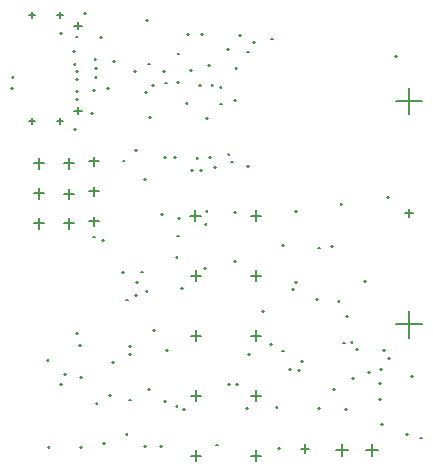
<source format=gbr>
%TF.GenerationSoftware,Altium Limited,Altium Designer,21.4.1 (30)*%
G04 Layer_Color=128*
%FSLAX45Y45*%
%MOMM*%
%TF.SameCoordinates,F4A6E2B2-E63A-418B-8CEE-B9A354165880*%
%TF.FilePolarity,Positive*%
%TF.FileFunction,Drillmap*%
%TF.Part,Single*%
G01*
G75*
%TA.AperFunction,NonConductor*%
%ADD103C,0.12700*%
D103*
X418500Y3009000D02*
X481500D01*
X450000Y2977500D02*
Y3040500D01*
X418500Y3729000D02*
X481500D01*
X450000Y3697500D02*
Y3760500D01*
X35000Y2920000D02*
X85000D01*
X60000Y2895000D02*
Y2945000D01*
X35000Y3818000D02*
X85000D01*
X60000Y3793000D02*
Y3843000D01*
X275000Y3818000D02*
X325000D01*
X300000Y3793000D02*
Y3843000D01*
X275000Y2920000D02*
X325000D01*
X300000Y2895000D02*
Y2945000D01*
X544200Y2072000D02*
X624200D01*
X584200Y2032000D02*
Y2112000D01*
X544200Y2580000D02*
X624200D01*
X584200Y2540000D02*
Y2620000D01*
X544200Y2326000D02*
X624200D01*
X584200Y2286000D02*
Y2366000D01*
X2335080Y148399D02*
X2405080D01*
X2370080Y113399D02*
Y183399D01*
X3215000Y2145960D02*
X3285000D01*
X3250000Y2110960D02*
Y2180960D01*
X1397500Y2120901D02*
X1487500D01*
X1442500Y2075901D02*
Y2165901D01*
X1910000Y2120900D02*
X2000000D01*
X1955000Y2075900D02*
Y2165900D01*
X2887000Y140000D02*
X2987000D01*
X2937000Y90000D02*
Y190000D01*
X2633000Y140000D02*
X2733000D01*
X2683000Y90000D02*
Y190000D01*
X3138700Y3092800D02*
X3363700D01*
X3251200Y2980300D02*
Y3205300D01*
X3138700Y1200000D02*
X3363700D01*
X3251200Y1087500D02*
Y1312500D01*
X74300Y2562601D02*
X164300D01*
X119300Y2517601D02*
Y2607601D01*
X74300Y2308600D02*
X164300D01*
X119300Y2263600D02*
Y2353600D01*
X74300Y2054600D02*
X164300D01*
X119300Y2009600D02*
Y2099600D01*
X1910000Y88900D02*
X2000000D01*
X1955000Y43900D02*
Y133900D01*
X1402000Y88900D02*
X1492000D01*
X1447000Y43900D02*
Y133900D01*
X1402000Y1104900D02*
X1492000D01*
X1447000Y1059900D02*
Y1149900D01*
X1402000Y596900D02*
X1492000D01*
X1447000Y551900D02*
Y641900D01*
X1910000Y1612900D02*
X2000000D01*
X1955000Y1567900D02*
Y1657900D01*
X1402000Y1612900D02*
X1492000D01*
X1447000Y1567900D02*
Y1657900D01*
X1910000Y1104900D02*
X2000000D01*
X1955000Y1059900D02*
Y1149900D01*
X1910000Y596900D02*
X2000000D01*
X1955000Y551900D02*
Y641900D01*
X328300Y2054600D02*
X418300D01*
X373300Y2009600D02*
Y2099600D01*
X328300Y2562600D02*
X418300D01*
X373300Y2517600D02*
Y2607600D01*
X327300Y2304401D02*
X417300D01*
X372300Y2259401D02*
Y2349401D01*
X2692907Y1046123D02*
X2708107D01*
X2700507Y1038523D02*
Y1053723D01*
X2757700Y1051300D02*
X2772900D01*
X2765300Y1043700D02*
Y1058900D01*
X2803935Y995114D02*
X2819135D01*
X2811535Y987514D02*
Y1002714D01*
X2715746Y1269079D02*
X2730946D01*
X2723346Y1261479D02*
Y1276679D01*
X1887700Y946000D02*
X1902900D01*
X1895300Y938400D02*
Y953600D01*
X2336100Y887800D02*
X2351300D01*
X2343700Y880200D02*
Y895400D01*
X2772600Y747875D02*
X2787800D01*
X2780200Y740275D02*
Y755475D01*
X2234800Y819600D02*
X2250000D01*
X2242400Y812000D02*
Y827200D01*
X2174289Y979000D02*
X2189488D01*
X2181888Y971400D02*
Y986600D01*
X1786383Y694146D02*
X1801582D01*
X1793982Y686546D02*
Y701746D01*
X1721408Y692328D02*
X1736608D01*
X1729008Y684728D02*
Y699928D01*
X1771640Y2150527D02*
X1786840D01*
X1779240Y2142927D02*
Y2158126D01*
X941564Y1557589D02*
X956764D01*
X949164Y1549989D02*
Y1565189D01*
X467500Y757538D02*
X482700D01*
X475100Y749939D02*
Y765138D01*
X561889Y2987254D02*
X577089D01*
X569489Y2979654D02*
Y2994854D01*
X1018915Y3167701D02*
X1034115D01*
X1026515Y3160101D02*
Y3175301D01*
X2647600Y1398800D02*
X2662800D01*
X2655200Y1391200D02*
Y1406400D01*
X3225600Y270400D02*
X3240800D01*
X3233200Y262800D02*
Y278000D01*
X2007400Y1314000D02*
X2022600D01*
X2015000Y1306400D02*
Y1321600D01*
X985520Y1647821D02*
X1000720D01*
X993120Y1640222D02*
Y1655421D01*
X1323815Y1509100D02*
X1339015D01*
X1331415Y1501500D02*
Y1516700D01*
X1052426Y2959135D02*
X1067626D01*
X1060026Y2951535D02*
Y2966735D01*
X696751Y3201626D02*
X711951D01*
X704351Y3194026D02*
Y3209226D01*
X416855Y2853589D02*
X432055D01*
X424455Y2845989D02*
Y2861189D01*
X2995400Y704000D02*
X3010600D01*
X3003000Y696400D02*
Y711600D01*
X1883129Y2538329D02*
X1898329D01*
X1890729Y2530730D02*
Y2545929D01*
X1650389Y3070258D02*
X1665589D01*
X1657989Y3062658D02*
Y3077858D01*
X1579400Y3225000D02*
X1594600D01*
X1587000Y3217400D02*
Y3232600D01*
X1743470Y2578611D02*
X1758670D01*
X1751070Y2571011D02*
Y2586211D01*
X1600775Y2534882D02*
X1615975D01*
X1608375Y2527282D02*
Y2542482D01*
X2606400Y656000D02*
X2621600D01*
X2614000Y648400D02*
Y663600D01*
X1196360Y985520D02*
X1211560D01*
X1203960Y977920D02*
Y993120D01*
X858500Y1410300D02*
X873700D01*
X866100Y1402700D02*
Y1417900D01*
X2315400Y814000D02*
X2330600D01*
X2323000Y806400D02*
Y821600D01*
X929240Y1445036D02*
X944440D01*
X936840Y1437436D02*
Y1452636D01*
X2075581Y1034031D02*
X2090781D01*
X2083181Y1026432D02*
Y1041631D01*
X576700Y1944215D02*
X591900D01*
X584300Y1936615D02*
Y1951815D01*
X1286400Y1952100D02*
X1301600D01*
X1294000Y1944500D02*
Y1959700D01*
X1275640Y1772633D02*
X1290840D01*
X1283240Y1765033D02*
Y1780233D01*
X1041910Y3408343D02*
X1057109D01*
X1049509Y3400743D02*
Y3415943D01*
X921028Y3342308D02*
X936228D01*
X928628Y3334708D02*
Y3349908D01*
X1076073Y3228856D02*
X1091273D01*
X1083673Y3221256D02*
Y3236456D01*
X1188400Y3248099D02*
X1203600D01*
X1196000Y3240499D02*
Y3255699D01*
X1021501Y1484430D02*
X1036701D01*
X1029101Y1476830D02*
Y1492030D01*
X1275632Y506768D02*
X1290832D01*
X1283232Y499168D02*
Y514368D01*
X883455Y951008D02*
X898655D01*
X891055Y943408D02*
Y958608D01*
X3033400Y981000D02*
X3048600D01*
X3041000Y973400D02*
Y988600D01*
X3072400Y917000D02*
X3087600D01*
X3080000Y909400D02*
Y924600D01*
X3132400Y3470000D02*
X3147600D01*
X3140000Y3462400D02*
Y3477600D01*
X3067398Y2274842D02*
X3082598D01*
X3074998Y2267242D02*
Y2282442D01*
X589392Y3444000D02*
X604592D01*
X596992Y3436400D02*
Y3451600D01*
X651350Y1914050D02*
X666550D01*
X658950Y1906450D02*
Y1921650D01*
X824311Y1646089D02*
X839511D01*
X831911Y1638489D02*
Y1653689D01*
X930400Y2677000D02*
X945600D01*
X938000Y2669400D02*
Y2684600D01*
X852400Y275000D02*
X867600D01*
X860000Y267400D02*
Y282600D01*
X1151900Y2135300D02*
X1167100D01*
X1159500Y2127700D02*
Y2142900D01*
X1297321Y2100021D02*
X1312521D01*
X1304921Y2092421D02*
Y2107621D01*
X1007400Y2428000D02*
X1022600D01*
X1015000Y2420400D02*
Y2435600D01*
X1521400Y2052700D02*
X1536600D01*
X1529000Y2045100D02*
Y2060300D01*
X1519840Y1676427D02*
X1535040D01*
X1527440Y1668827D02*
Y1684027D01*
X2591075Y1862666D02*
X2606275D01*
X2598675Y1855066D02*
Y1870266D01*
X827000Y2587407D02*
X842199D01*
X834600Y2579807D02*
Y2595007D01*
X1176943Y2614156D02*
X1192143D01*
X1184543Y2606556D02*
Y2621756D01*
X2180443Y1875705D02*
X2195643D01*
X2188043Y1868105D02*
Y1883305D01*
X1773246Y1739997D02*
X1788446D01*
X1780846Y1732397D02*
Y1747597D01*
X1716406Y2639336D02*
X1731606D01*
X1724006Y2631736D02*
Y2646936D01*
X1360720Y3073441D02*
X1375920D01*
X1368320Y3065841D02*
Y3081041D01*
X736386Y882200D02*
X751586D01*
X743986Y874600D02*
Y889800D01*
X589902Y3294369D02*
X605102D01*
X597502Y3286769D02*
Y3301969D01*
X1375759Y3655090D02*
X1390959D01*
X1383359Y3647490D02*
Y3662690D01*
X1488200Y3655090D02*
X1503400D01*
X1495800Y3647490D02*
Y3662690D01*
X1531400Y2949192D02*
X1546600D01*
X1539000Y2941592D02*
Y2956792D01*
X1452400Y2606850D02*
X1467600D01*
X1460000Y2599250D02*
Y2614450D01*
X1562400Y2616000D02*
X1577600D01*
X1570000Y2608400D02*
Y2623600D01*
X1261953Y2617017D02*
X1277153D01*
X1269553Y2609417D02*
Y2624617D01*
X1409167Y2507115D02*
X1424367D01*
X1416767Y2499515D02*
Y2514715D01*
X295780Y3668425D02*
X310980D01*
X303380Y3660825D02*
Y3676025D01*
X637400Y3629689D02*
X652600D01*
X645000Y3622089D02*
Y3637289D01*
X429153Y3637518D02*
X444353D01*
X436753Y3629918D02*
Y3645118D01*
X409600Y3516700D02*
X424800D01*
X417200Y3509100D02*
Y3524300D01*
X499600Y3840028D02*
X514800D01*
X507200Y3832428D02*
Y3847628D01*
X592400Y3370000D02*
X607600D01*
X600000Y3362400D02*
Y3377600D01*
X412388Y3404883D02*
X427588D01*
X419988Y3397283D02*
Y3412483D01*
X434898Y3343906D02*
X450098D01*
X442498Y3336306D02*
Y3351506D01*
X431400Y3279000D02*
X446600D01*
X439000Y3271400D02*
Y3286600D01*
X436303Y3175871D02*
X451503D01*
X443903Y3168272D02*
Y3183471D01*
X434739Y3110891D02*
X449939D01*
X442339Y3103291D02*
Y3118491D01*
X1714496Y3527904D02*
X1729696D01*
X1722096Y3520304D02*
Y3535504D01*
X1400443Y3356043D02*
X1415643D01*
X1408043Y3348443D02*
Y3363643D01*
X1291961Y3493839D02*
X1307161D01*
X1299561Y3486239D02*
Y3501439D01*
X1088000Y1153000D02*
X1103200D01*
X1095600Y1145400D02*
Y1160600D01*
X882400Y1016000D02*
X897600D01*
X890000Y1008400D02*
Y1023600D01*
X598400Y531000D02*
X613600D01*
X606000Y523400D02*
Y538600D01*
X295400Y693000D02*
X310600D01*
X303000Y685400D02*
Y700600D01*
X3272560Y761000D02*
X3287760D01*
X3280160Y753400D02*
Y768600D01*
X2461853Y1414953D02*
X2477052D01*
X2469453Y1407353D02*
Y1422553D01*
X2285338Y1562535D02*
X2300538D01*
X2292938Y1554935D02*
Y1570135D01*
X2264400Y1501000D02*
X2279600D01*
X2272000Y1493400D02*
Y1508600D01*
X1529854Y2159500D02*
X1545054D01*
X1537454Y2151900D02*
Y2167100D01*
X1481715Y2505315D02*
X1496915D01*
X1489315Y2497715D02*
Y2512915D01*
X1170400Y3349000D02*
X1185600D01*
X1178000Y3341400D02*
Y3356600D01*
X1290228Y3250000D02*
X1305428D01*
X1297828Y3242400D02*
Y3257600D01*
X1475549Y3223058D02*
X1490749D01*
X1483149Y3215458D02*
Y3230658D01*
X746583Y3429967D02*
X761783D01*
X754183Y3422367D02*
Y3437567D01*
X-117600Y3201000D02*
X-102400D01*
X-110000Y3193400D02*
Y3208600D01*
X-112600Y3294000D02*
X-97400D01*
X-105000Y3286400D02*
Y3301600D01*
X2711400Y487000D02*
X2726600D01*
X2719000Y479400D02*
Y494600D01*
X2146400Y153000D02*
X2161600D01*
X2154000Y145400D02*
Y160600D01*
X1042400Y654000D02*
X1057600D01*
X1050000Y646400D02*
Y661600D01*
X3004400Y822000D02*
X3019600D01*
X3012000Y814400D02*
Y829600D01*
X2903400Y794000D02*
X2918600D01*
X2911000Y786400D02*
Y801600D01*
X2482400Y488321D02*
X2497600D01*
X2490000Y480721D02*
Y495921D01*
X3018400Y354000D02*
X3033600D01*
X3026000Y346400D02*
Y361600D01*
X2483605Y1850606D02*
X2498805D01*
X2491205Y1843006D02*
Y1858206D01*
X2998400Y569000D02*
X3013600D01*
X3006000Y561400D02*
Y576600D01*
X3345400Y242000D02*
X3360600D01*
X3353000Y234400D02*
Y249600D01*
X192400Y162000D02*
X207600D01*
X200000Y154400D02*
Y169600D01*
X1871686Y491849D02*
X1886886D01*
X1879286Y484249D02*
Y499449D01*
X1617797Y183080D02*
X1632997D01*
X1625397Y175480D02*
Y190680D01*
X183820Y901338D02*
X199020D01*
X191420Y893738D02*
Y908938D01*
X464840Y162560D02*
X480040D01*
X472440Y154960D02*
Y170160D01*
X459900Y1029078D02*
X475100D01*
X467500Y1021478D02*
Y1036678D01*
X2872400Y1570000D02*
X2887600D01*
X2880000Y1562400D02*
Y1577600D01*
X1022400Y3780000D02*
X1037600D01*
X1030000Y3772400D02*
Y3787600D01*
X578400Y3184650D02*
X593600D01*
X586000Y3177051D02*
Y3192250D01*
X2122400Y500000D02*
X2137600D01*
X2130000Y492400D02*
Y507600D01*
X2082400Y3620000D02*
X2097600D01*
X2090000Y3612400D02*
Y3627600D01*
X1145560Y172720D02*
X1160760D01*
X1153160Y165120D02*
Y180320D01*
X2285487Y2157276D02*
X2300687D01*
X2293087Y2149676D02*
Y2164876D01*
X881400Y563880D02*
X896600D01*
X889000Y556280D02*
Y571480D01*
X662216Y198863D02*
X677416D01*
X669816Y191264D02*
Y206463D01*
X1181300Y554309D02*
X1196500D01*
X1188900Y546709D02*
Y561909D01*
X1336813Y484815D02*
X1352013D01*
X1344413Y477215D02*
Y492415D01*
X2672400Y2220000D02*
X2687600D01*
X2680000Y2212400D02*
Y2227600D01*
X1008400Y172720D02*
X1023600D01*
X1016000Y165120D02*
Y180320D01*
X332400Y780000D02*
X347600D01*
X340000Y772400D02*
Y787600D01*
X433020Y1130086D02*
X448220D01*
X440620Y1122486D02*
Y1137686D01*
X1551494Y3399553D02*
X1566694D01*
X1559094Y3391953D02*
Y3407152D01*
X1648100Y3212200D02*
X1663300D01*
X1655700Y3204600D02*
Y3219800D01*
X713400Y603000D02*
X728600D01*
X721000Y595400D02*
Y610600D01*
X1882400Y3510000D02*
X1897600D01*
X1890000Y3502400D02*
Y3517600D01*
X1814500Y3648100D02*
X1829700D01*
X1822100Y3640500D02*
Y3655700D01*
X1782846Y3372866D02*
X1798046D01*
X1790446Y3365266D02*
Y3380466D01*
X1772397Y3099994D02*
X1787597D01*
X1779997Y3092394D02*
Y3107593D01*
X1932400Y3593000D02*
X1947600D01*
X1940000Y3585400D02*
Y3600600D01*
%TF.MD5,182952f672aa8ac008e6a19c0894cc55*%
M02*

</source>
